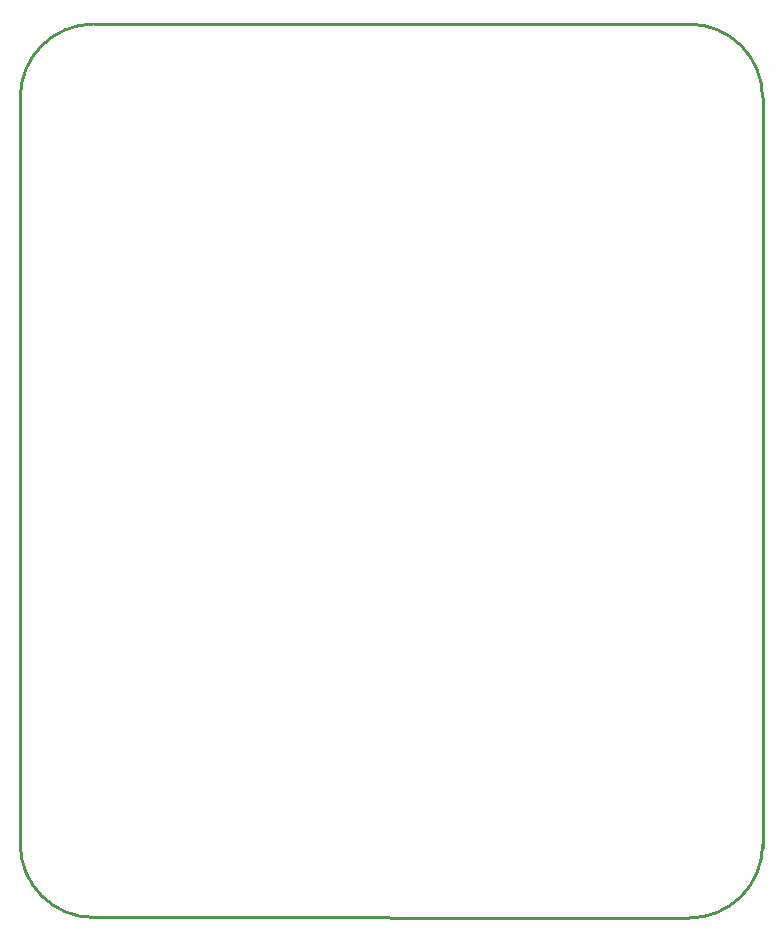
<source format=gko>
G04 Layer: BoardOutlineLayer*
G04 EasyEDA v6.5.47, 2024-10-01 18:36:09*
G04 3ec955026bfb45a2a6d22a94ecb3f8fa,969951738f564c6b9e5867b4eeab67b3,10*
G04 Gerber Generator version 0.2*
G04 Scale: 100 percent, Rotated: No, Reflected: No *
G04 Dimensions in inches *
G04 leading zeros omitted , absolute positions ,3 integer and 6 decimal *
%FSLAX36Y36*%
%MOIN*%

%ADD10C,0.0100*%
D10*
X2785000Y1990000D02*
G01*
X2785000Y-510000D01*
X310000Y-505000D02*
G01*
X310300Y1990300D01*
X2540000Y-745000D02*
G01*
X555000Y-743000D01*
X555000Y2235000D02*
G01*
X2540000Y2235000D01*
G75*
G01*
X310300Y1990300D02*
G02*
X555000Y2235000I244700J0D01*
G75*
G01*
X2540000Y2235000D02*
G02*
X2784700Y1990300I0J-244700D01*
G75*
G01*
X2785000Y-500000D02*
G02*
X2540300Y-744700I-244700J0D01*
G75*
G01*
X555000Y-743000D02*
G02*
X310300Y-498300I0J244700D01*

%LPD*%
M02*

</source>
